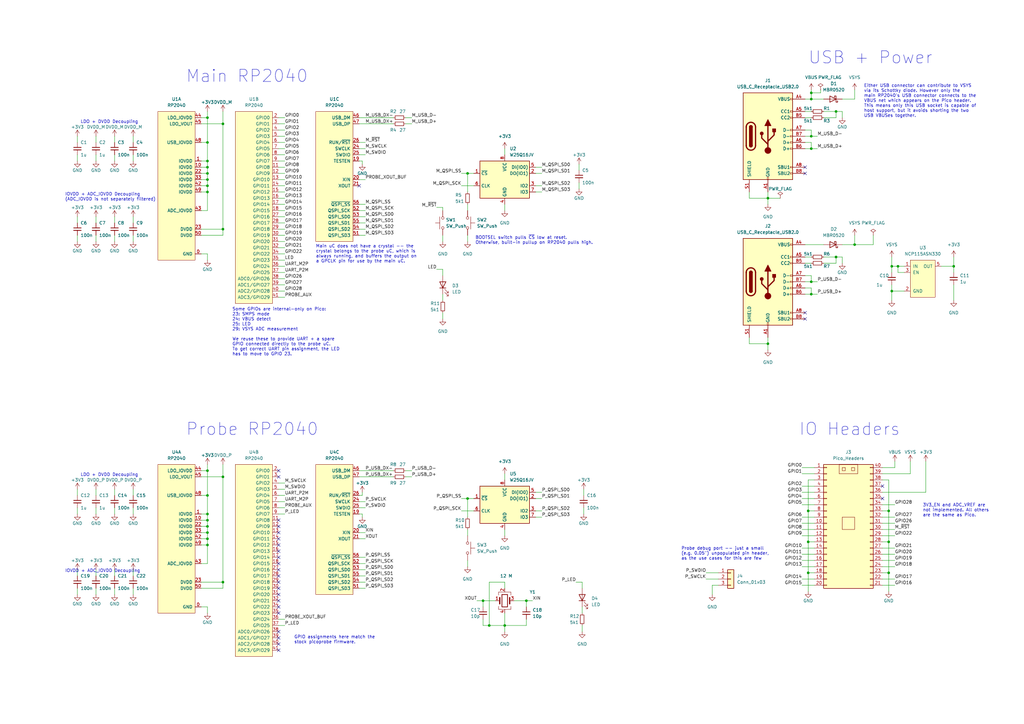
<source format=kicad_sch>
(kicad_sch (version 20211123) (generator eeschema)
  (paper "A3")
  (title_block (title "Bico") (date "2023-04-23") (rev "A0") (company "Luke Wren") (comment 2 "your probe while your probe is probing") (comment 3 "A probe with a probe in it so you can probe"))
  (junction (at 331.47 209.55))
  (junction (at 342.9 105.41))
  (junction (at 332.74 115.57))
  (junction (at 85.09 68.58))
  (junction (at 85.09 213.36))
  (junction (at 364.49 234.95))
  (junction (at 91.44 50.8))
  (junction (at 332.74 120.65))
  (junction (at 331.47 222.25))
  (junction (at 364.49 209.55))
  (junction (at 191.77 71.12))
  (junction (at 191.77 204.47))
  (junction (at 332.74 60.96))
  (junction (at 365.76 109.22))
  (junction (at 85.09 223.52))
  (junction (at 332.74 38.1))
  (junction (at 91.44 93.98))
  (junction (at 332.74 40.64))
  (junction (at 365.76 119.38))
  (junction (at 85.09 203.2))
  (junction (at 391.16 109.22))
  (junction (at 85.09 76.2))
  (junction (at 215.9 246.38))
  (junction (at 198.12 246.38))
  (junction (at 85.09 71.12))
  (junction (at 314.96 140.97))
  (junction (at 314.96 81.28))
  (junction (at 85.09 218.44))
  (junction (at 85.09 215.9))
  (junction (at 85.09 48.26))
  (junction (at 85.09 220.98))
  (junction (at 200.66 256.54))
  (junction (at 85.09 66.04))
  (junction (at 368.3 109.22))
  (junction (at 85.09 73.66))
  (junction (at 85.09 210.82))
  (junction (at 85.09 78.74))
  (junction (at 85.09 193.04))
  (junction (at 91.44 195.58))
  (junction (at 342.9 45.72))
  (junction (at 331.47 234.95))
  (junction (at 85.09 58.42))
  (junction (at 91.44 238.76))
  (junction (at 332.74 55.88))
  (junction (at 364.49 222.25))
  (junction (at 350.52 100.33))
  (junction (at 207.01 256.54))
  (no_connect (at 330.2 128.27))
  (no_connect (at 114.3 238.76))
  (no_connect (at 330.2 130.81))
  (no_connect (at 114.3 251.46))
  (no_connect (at 114.3 195.58))
  (no_connect (at 114.3 264.16))
  (no_connect (at 361.95 199.39))
  (no_connect (at 114.3 259.08))
  (no_connect (at 114.3 218.44))
  (no_connect (at 114.3 243.84))
  (no_connect (at 114.3 266.7))
  (no_connect (at 114.3 246.38))
  (no_connect (at 114.3 226.06))
  (no_connect (at 114.3 223.52))
  (no_connect (at 114.3 248.92))
  (no_connect (at 361.95 204.47))
  (no_connect (at 330.2 71.12))
  (no_connect (at 330.2 68.58))
  (no_connect (at 114.3 228.6))
  (no_connect (at 114.3 236.22))
  (no_connect (at 147.32 76.2))
  (no_connect (at 114.3 261.62))
  (no_connect (at 114.3 231.14))
  (no_connect (at 114.3 213.36))
  (no_connect (at 114.3 215.9))
  (no_connect (at 114.3 193.04))
  (no_connect (at 114.3 241.3))
  (no_connect (at 114.3 220.98))
  (no_connect (at 114.3 233.68))
  (wire (pts (xy 330.2 58.42) (xy 332.74 58.42)))
  (wire (pts (xy 85.09 231.14) (xy 82.55 231.14)))
  (wire (pts (xy 46.99 208.28) (xy 46.99 210.82)))
  (wire (pts (xy 365.76 116.84) (xy 365.76 119.38)))
  (wire (pts (xy 391.16 109.22) (xy 391.16 111.76)))
  (wire (pts (xy 85.09 48.26) (xy 85.09 58.42)))
  (wire (pts (xy 289.56 234.95) (xy 294.64 234.95)))
  (wire (pts (xy 166.37 193.04) (xy 168.91 193.04)))
  (wire (pts (xy 46.99 200.66) (xy 46.99 203.2)))
  (wire (pts (xy 345.44 100.33) (xy 350.52 100.33)))
  (wire (pts (xy 114.3 106.68) (xy 116.84 106.68)))
  (wire (pts (xy 147.32 228.6) (xy 149.86 228.6)))
  (wire (pts (xy 379.73 189.23) (xy 379.73 201.93)))
  (wire (pts (xy 114.3 116.84) (xy 116.84 116.84)))
  (wire (pts (xy 46.99 55.88) (xy 46.99 58.42)))
  (wire (pts (xy 114.3 104.14) (xy 116.84 104.14)))
  (wire (pts (xy 179.07 110.49) (xy 181.61 110.49)))
  (wire (pts (xy 39.37 96.52) (xy 39.37 99.06)))
  (wire (pts (xy 330.2 100.33) (xy 337.82 100.33)))
  (wire (pts (xy 331.47 222.25) (xy 331.47 234.95)))
  (wire (pts (xy 332.74 60.96) (xy 335.28 60.96)))
  (wire (pts (xy 82.55 50.8) (xy 91.44 50.8)))
  (wire (pts (xy 219.71 71.12) (xy 222.25 71.12)))
  (wire (pts (xy 361.95 212.09) (xy 367.03 212.09)))
  (wire (pts (xy 148.59 66.04) (xy 148.59 67.31)))
  (wire (pts (xy 85.09 104.14) (xy 85.09 106.68)))
  (wire (pts (xy 114.3 198.12) (xy 116.84 198.12)))
  (wire (pts (xy 166.37 50.8) (xy 168.91 50.8)))
  (wire (pts (xy 328.93 240.03) (xy 334.01 240.03)))
  (wire (pts (xy 82.55 220.98) (xy 85.09 220.98)))
  (wire (pts (xy 345.44 45.72) (xy 345.44 48.26)))
  (wire (pts (xy 314.96 81.28) (xy 314.96 83.82)))
  (wire (pts (xy 181.61 128.27) (xy 181.61 130.81)))
  (wire (pts (xy 368.3 109.22) (xy 370.84 109.22)))
  (wire (pts (xy 191.77 204.47) (xy 194.31 204.47)))
  (wire (pts (xy 147.32 241.3) (xy 149.86 241.3)))
  (wire (pts (xy 82.55 58.42) (xy 85.09 58.42)))
  (wire (pts (xy 39.37 88.9) (xy 39.37 91.44)))
  (wire (pts (xy 361.95 219.71) (xy 367.03 219.71)))
  (wire (pts (xy 207.01 217.17) (xy 207.01 219.71)))
  (wire (pts (xy 85.09 213.36) (xy 85.09 215.9)))
  (wire (pts (xy 345.44 105.41) (xy 345.44 107.95)))
  (wire (pts (xy 292.1 240.03) (xy 292.1 243.84)))
  (wire (pts (xy 147.32 210.82) (xy 148.59 210.82)))
  (wire (pts (xy 364.49 234.95) (xy 364.49 242.57)))
  (wire (pts (xy 54.61 55.88) (xy 54.61 58.42)))
  (wire (pts (xy 332.74 120.65) (xy 335.28 120.65)))
  (wire (pts (xy 82.55 213.36) (xy 85.09 213.36)))
  (wire (pts (xy 54.61 96.52) (xy 54.61 99.06)))
  (wire (pts (xy 54.61 233.68) (xy 54.61 236.22)))
  (wire (pts (xy 314.96 140.97) (xy 314.96 143.51)))
  (wire (pts (xy 332.74 36.83) (xy 332.74 38.1)))
  (wire (pts (xy 361.95 196.85) (xy 364.49 196.85)))
  (wire (pts (xy 219.71 212.09) (xy 222.25 212.09)))
  (wire (pts (xy 332.74 115.57) (xy 335.28 115.57)))
  (wire (pts (xy 114.3 48.26) (xy 116.84 48.26)))
  (wire (pts (xy 85.09 58.42) (xy 85.09 66.04)))
  (wire (pts (xy 238.76 256.54) (xy 238.76 259.08)))
  (wire (pts (xy 342.9 105.41) (xy 342.9 107.95)))
  (wire (pts (xy 39.37 200.66) (xy 39.37 203.2)))
  (wire (pts (xy 85.09 215.9) (xy 85.09 218.44)))
  (wire (pts (xy 328.93 237.49) (xy 334.01 237.49)))
  (wire (pts (xy 181.61 120.65) (xy 181.61 123.19)))
  (wire (pts (xy 328.93 217.17) (xy 334.01 217.17)))
  (wire (pts (xy 330.2 60.96) (xy 332.74 60.96)))
  (wire (pts (xy 239.395 208.28) (xy 239.395 210.82)))
  (wire (pts (xy 114.3 63.5) (xy 116.84 63.5)))
  (wire (pts (xy 237.49 74.93) (xy 237.49 77.47)))
  (wire (pts (xy 46.99 96.52) (xy 46.99 99.06)))
  (wire (pts (xy 307.34 81.28) (xy 314.96 81.28)))
  (wire (pts (xy 365.76 109.22) (xy 368.3 109.22)))
  (wire (pts (xy 166.37 48.26) (xy 168.91 48.26)))
  (wire (pts (xy 332.74 113.03) (xy 332.74 115.57)))
  (wire (pts (xy 345.44 40.64) (xy 350.52 40.64)))
  (wire (pts (xy 328.93 212.09) (xy 334.01 212.09)))
  (wire (pts (xy 361.95 207.01) (xy 367.03 207.01)))
  (wire (pts (xy 82.55 68.58) (xy 85.09 68.58)))
  (wire (pts (xy 198.12 256.54) (xy 200.66 256.54)))
  (wire (pts (xy 364.49 196.85) (xy 364.49 209.55)))
  (wire (pts (xy 91.44 50.8) (xy 91.44 93.98)))
  (wire (pts (xy 114.3 99.06) (xy 116.84 99.06)))
  (wire (pts (xy 331.47 234.95) (xy 331.47 242.57)))
  (wire (pts (xy 54.61 88.9) (xy 54.61 91.44)))
  (wire (pts (xy 307.34 140.97) (xy 314.96 140.97)))
  (wire (pts (xy 147.32 195.58) (xy 161.29 195.58)))
  (wire (pts (xy 207.01 238.76) (xy 207.01 241.3)))
  (wire (pts (xy 114.3 210.82) (xy 116.84 210.82)))
  (wire (pts (xy 328.93 232.41) (xy 334.01 232.41)))
  (wire (pts (xy 289.56 237.49) (xy 294.64 237.49)))
  (wire (pts (xy 39.37 208.28) (xy 39.37 210.82)))
  (wire (pts (xy 328.93 219.71) (xy 334.01 219.71)))
  (wire (pts (xy 328.93 191.77) (xy 334.01 191.77)))
  (wire (pts (xy 91.44 45.72) (xy 91.44 50.8)))
  (wire (pts (xy 82.55 215.9) (xy 85.09 215.9)))
  (wire (pts (xy 148.59 201.93) (xy 148.59 203.2)))
  (wire (pts (xy 200.66 238.76) (xy 200.66 256.54)))
  (wire (pts (xy 82.55 210.82) (xy 85.09 210.82)))
  (wire (pts (xy 219.71 204.47) (xy 222.25 204.47)))
  (wire (pts (xy 82.55 93.98) (xy 91.44 93.98)))
  (wire (pts (xy 147.32 58.42) (xy 149.86 58.42)))
  (wire (pts (xy 148.59 210.82) (xy 148.59 212.09)))
  (wire (pts (xy 114.3 81.28) (xy 116.84 81.28)))
  (wire (pts (xy 332.74 55.88) (xy 335.28 55.88)))
  (wire (pts (xy 82.55 241.3) (xy 91.44 241.3)))
  (wire (pts (xy 361.95 201.93) (xy 379.73 201.93)))
  (wire (pts (xy 114.3 101.6) (xy 116.84 101.6)))
  (wire (pts (xy 331.47 209.55) (xy 334.01 209.55)))
  (wire (pts (xy 391.16 116.84) (xy 391.16 123.19)))
  (wire (pts (xy 328.93 224.79) (xy 334.01 224.79)))
  (wire (pts (xy 219.71 76.2) (xy 222.25 76.2)))
  (wire (pts (xy 114.3 203.2) (xy 116.84 203.2)))
  (wire (pts (xy 31.75 200.66) (xy 31.75 203.2)))
  (wire (pts (xy 207.01 256.54) (xy 207.01 259.08)))
  (wire (pts (xy 330.2 53.34) (xy 332.74 53.34)))
  (wire (pts (xy 82.55 223.52) (xy 85.09 223.52)))
  (wire (pts (xy 238.76 241.3) (xy 238.76 238.76)))
  (wire (pts (xy 46.99 63.5) (xy 46.99 66.04)))
  (wire (pts (xy 350.52 36.83) (xy 350.52 40.64)))
  (wire (pts (xy 386.08 109.22) (xy 391.16 109.22)))
  (wire (pts (xy 31.75 208.28) (xy 31.75 210.82)))
  (wire (pts (xy 85.09 78.74) (xy 85.09 86.36)))
  (wire (pts (xy 39.37 63.5) (xy 39.37 66.04)))
  (wire (pts (xy 328.93 229.87) (xy 334.01 229.87)))
  (wire (pts (xy 85.09 73.66) (xy 85.09 76.2)))
  (wire (pts (xy 147.32 205.74) (xy 149.86 205.74)))
  (wire (pts (xy 361.95 240.03) (xy 367.03 240.03)))
  (wire (pts (xy 328.93 214.63) (xy 334.01 214.63)))
  (wire (pts (xy 332.74 58.42) (xy 332.74 60.96)))
  (wire (pts (xy 361.95 209.55) (xy 364.49 209.55)))
  (wire (pts (xy 147.32 86.36) (xy 149.86 86.36)))
  (wire (pts (xy 147.32 233.68) (xy 149.86 233.68)))
  (wire (pts (xy 85.09 190.5) (xy 85.09 193.04)))
  (wire (pts (xy 147.32 60.96) (xy 149.86 60.96)))
  (wire (pts (xy 337.82 48.26) (xy 342.9 48.26)))
  (wire (pts (xy 82.55 195.58) (xy 91.44 195.58)))
  (wire (pts (xy 219.71 201.93) (xy 222.25 201.93)))
  (wire (pts (xy 114.3 60.96) (xy 116.84 60.96)))
  (wire (pts (xy 82.55 66.04) (xy 85.09 66.04)))
  (wire (pts (xy 361.95 237.49) (xy 367.03 237.49)))
  (wire (pts (xy 365.76 105.41) (xy 365.76 109.22)))
  (wire (pts (xy 85.09 76.2) (xy 85.09 78.74)))
  (wire (pts (xy 334.01 196.85) (xy 331.47 196.85)))
  (wire (pts (xy 364.49 222.25) (xy 364.49 234.95)))
  (wire (pts (xy 191.77 217.17) (xy 191.77 219.71)))
  (wire (pts (xy 85.09 218.44) (xy 85.09 220.98)))
  (wire (pts (xy 82.55 96.52) (xy 91.44 96.52)))
  (wire (pts (xy 336.55 38.1) (xy 332.74 38.1)))
  (wire (pts (xy 337.82 105.41) (xy 342.9 105.41)))
  (wire (pts (xy 39.37 55.88) (xy 39.37 58.42)))
  (wire (pts (xy 361.95 227.33) (xy 367.03 227.33)))
  (wire (pts (xy 307.34 78.74) (xy 307.34 81.28)))
  (wire (pts (xy 85.09 68.58) (xy 85.09 71.12)))
  (wire (pts (xy 179.07 85.09) (xy 181.61 85.09)))
  (wire (pts (xy 238.76 248.92) (xy 238.76 251.46)))
  (wire (pts (xy 91.44 96.52) (xy 91.44 93.98)))
  (wire (pts (xy 361.95 194.31) (xy 373.38 194.31)))
  (wire (pts (xy 181.61 85.09) (xy 181.61 86.36)))
  (wire (pts (xy 189.23 76.2) (xy 194.31 76.2)))
  (wire (pts (xy 31.75 88.9) (xy 31.75 91.44)))
  (wire (pts (xy 210.82 246.38) (xy 215.9 246.38)))
  (wire (pts (xy 191.77 83.82) (xy 191.77 86.36)))
  (wire (pts (xy 330.2 118.11) (xy 332.74 118.11)))
  (wire (pts (xy 85.09 193.04) (xy 85.09 203.2)))
  (wire (pts (xy 207.01 60.96) (xy 207.01 63.5)))
  (wire (pts (xy 361.95 229.87) (xy 367.03 229.87)))
  (wire (pts (xy 330.2 120.65) (xy 332.74 120.65)))
  (wire (pts (xy 294.64 240.03) (xy 292.1 240.03)))
  (wire (pts (xy 200.66 256.54) (xy 207.01 256.54)))
  (wire (pts (xy 237.49 67.31) (xy 237.49 69.85)))
  (wire (pts (xy 147.32 231.14) (xy 149.86 231.14)))
  (wire (pts (xy 337.82 45.72) (xy 342.9 45.72)))
  (wire (pts (xy 46.99 233.68) (xy 46.99 236.22)))
  (wire (pts (xy 82.55 48.26) (xy 85.09 48.26)))
  (wire (pts (xy 198.12 246.38) (xy 203.2 246.38)))
  (wire (pts (xy 114.3 73.66) (xy 116.84 73.66)))
  (wire (pts (xy 114.3 88.9) (xy 116.84 88.9)))
  (wire (pts (xy 328.93 199.39) (xy 334.01 199.39)))
  (wire (pts (xy 332.74 38.1) (xy 332.74 40.64)))
  (wire (pts (xy 337.82 107.95) (xy 342.9 107.95)))
  (wire (pts (xy 147.32 193.04) (xy 161.29 193.04)))
  (wire (pts (xy 314.96 78.74) (xy 314.96 81.28)))
  (wire (pts (xy 332.74 53.34) (xy 332.74 55.88)))
  (wire (pts (xy 54.61 200.66) (xy 54.61 203.2)))
  (wire (pts (xy 31.75 233.68) (xy 31.75 236.22)))
  (wire (pts (xy 350.52 96.52) (xy 350.52 100.33)))
  (wire (pts (xy 219.71 209.55) (xy 222.25 209.55)))
  (wire (pts (xy 85.09 71.12) (xy 85.09 73.66)))
  (wire (pts (xy 195.58 246.38) (xy 198.12 246.38)))
  (wire (pts (xy 330.2 107.95) (xy 332.74 107.95)))
  (wire (pts (xy 114.3 256.54) (xy 116.84 256.54)))
  (wire (pts (xy 236.22 238.76) (xy 238.76 238.76)))
  (wire (pts (xy 330.2 105.41) (xy 332.74 105.41)))
  (wire (pts (xy 391.16 105.41) (xy 391.16 109.22)))
  (wire (pts (xy 114.3 111.76) (xy 116.84 111.76)))
  (wire (pts (xy 330.2 115.57) (xy 332.74 115.57)))
  (wire (pts (xy 330.2 45.72) (xy 332.74 45.72)))
  (wire (pts (xy 31.75 55.88) (xy 31.75 58.42)))
  (wire (pts (xy 331.47 209.55) (xy 331.47 222.25)))
  (wire (pts (xy 181.61 96.52) (xy 181.61 99.06)))
  (wire (pts (xy 215.9 246.38) (xy 218.44 246.38)))
  (wire (pts (xy 114.3 114.3) (xy 116.84 114.3)))
  (wire (pts (xy 307.34 138.43) (xy 307.34 140.97)))
  (wire (pts (xy 114.3 68.58) (xy 116.84 68.58)))
  (wire (pts (xy 114.3 71.12) (xy 116.84 71.12)))
  (wire (pts (xy 358.14 96.52) (xy 358.14 100.33)))
  (wire (pts (xy 54.61 241.3) (xy 54.61 243.84)))
  (wire (pts (xy 368.3 111.76) (xy 368.3 109.22)))
  (wire (pts (xy 328.93 204.47) (xy 334.01 204.47)))
  (wire (pts (xy 114.3 76.2) (xy 116.84 76.2)))
  (wire (pts (xy 342.9 105.41) (xy 345.44 105.41)))
  (wire (pts (xy 114.3 83.82) (xy 116.84 83.82)))
  (wire (pts (xy 215.9 246.38) (xy 215.9 248.92)))
  (wire (pts (xy 114.3 66.04) (xy 116.84 66.04)))
  (wire (pts (xy 85.09 223.52) (xy 85.09 231.14)))
  (wire (pts (xy 336.55 36.83) (xy 336.55 38.1)))
  (wire (pts (xy 331.47 196.85) (xy 331.47 209.55)))
  (wire (pts (xy 114.3 119.38) (xy 116.84 119.38)))
  (wire (pts (xy 82.55 248.92) (xy 85.09 248.92)))
  (wire (pts (xy 166.37 195.58) (xy 168.91 195.58)))
  (wire (pts (xy 330.2 40.64) (xy 332.74 40.64)))
  (wire (pts (xy 364.49 209.55) (xy 364.49 222.25)))
  (wire (pts (xy 82.55 76.2) (xy 85.09 76.2)))
  (wire (pts (xy 82.55 73.66) (xy 85.09 73.66)))
  (wire (pts (xy 114.3 208.28) (xy 116.84 208.28)))
  (wire (pts (xy 147.32 66.04) (xy 148.59 66.04)))
  (wire (pts (xy 114.3 50.8) (xy 116.84 50.8)))
  (wire (pts (xy 147.32 91.44) (xy 149.86 91.44)))
  (wire (pts (xy 314.96 81.28) (xy 320.04 81.28)))
  (wire (pts (xy 331.47 234.95) (xy 334.01 234.95)))
  (wire (pts (xy 85.09 203.2) (xy 85.09 210.82)))
  (wire (pts (xy 114.3 93.98) (xy 116.84 93.98)))
  (wire (pts (xy 82.55 218.44) (xy 85.09 218.44)))
  (wire (pts (xy 328.93 227.33) (xy 334.01 227.33)))
  (wire (pts (xy 82.55 78.74) (xy 85.09 78.74)))
  (wire (pts (xy 114.3 58.42) (xy 116.84 58.42)))
  (wire (pts (xy 361.95 232.41) (xy 367.03 232.41)))
  (wire (pts (xy 361.95 222.25) (xy 364.49 222.25)))
  (wire (pts (xy 191.77 204.47) (xy 191.77 212.09)))
  (wire (pts (xy 198.12 254) (xy 198.12 256.54)))
  (wire (pts (xy 330.2 55.88) (xy 332.74 55.88)))
  (wire (pts (xy 331.47 222.25) (xy 334.01 222.25)))
  (wire (pts (xy 91.44 190.5) (xy 91.44 195.58)))
  (wire (pts (xy 39.37 241.3) (xy 39.37 243.84)))
  (wire (pts (xy 147.32 73.66) (xy 149.86 73.66)))
  (wire (pts (xy 342.9 45.72) (xy 345.44 45.72)))
  (wire (pts (xy 85.09 66.04) (xy 85.09 68.58)))
  (wire (pts (xy 82.55 238.76) (xy 91.44 238.76)))
  (wire (pts (xy 365.76 119.38) (xy 365.76 123.19)))
  (wire (pts (xy 114.3 254) (xy 116.84 254)))
  (wire (pts (xy 147.32 218.44) (xy 149.86 218.44)))
  (wire (pts (xy 46.99 88.9) (xy 46.99 91.44)))
  (wire (pts (xy 361.95 224.79) (xy 367.03 224.79)))
  (wire (pts (xy 361.95 191.77) (xy 367.03 191.77)))
  (wire (pts (xy 314.96 138.43) (xy 314.96 140.97)))
  (wire (pts (xy 82.55 71.12) (xy 85.09 71.12)))
  (wire (pts (xy 91.44 195.58) (xy 91.44 238.76)))
  (wire (pts (xy 147.32 96.52) (xy 149.86 96.52)))
  (wire (pts (xy 147.32 220.98) (xy 149.86 220.98)))
  (wire (pts (xy 189.23 209.55) (xy 194.31 209.55)))
  (wire (pts (xy 147.32 88.9) (xy 149.86 88.9)))
  (wire (pts (xy 39.37 233.68) (xy 39.37 236.22)))
  (wire (pts (xy 207.01 251.46) (xy 207.01 256.54)))
  (wire (pts (xy 332.74 118.11) (xy 332.74 120.65)))
  (wire (pts (xy 367.03 189.23) (xy 367.03 191.77)))
  (wire (pts (xy 114.3 109.22) (xy 116.84 109.22)))
  (wire (pts (xy 219.71 68.58) (xy 222.25 68.58)))
  (wire (pts (xy 239.395 200.66) (xy 239.395 203.2)))
  (wire (pts (xy 365.76 109.22) (xy 365.76 111.76)))
  (wire (pts (xy 147.32 63.5) (xy 149.86 63.5)))
  (wire (pts (xy 82.55 104.14) (xy 85.09 104.14)))
  (wire (pts (xy 82.55 203.2) (xy 85.09 203.2)))
  (wire (pts (xy 114.3 200.66) (xy 116.84 200.66)))
  (wire (pts (xy 85.09 210.82) (xy 85.09 213.36)))
  (wire (pts (xy 373.38 194.31) (xy 373.38 189.23)))
  (wire (pts (xy 215.9 256.54) (xy 215.9 254)))
  (wire (pts (xy 147.32 236.22) (xy 149.86 236.22)))
  (wire (pts (xy 147.32 83.82) (xy 149.86 83.82)))
  (wire (pts (xy 31.75 96.52) (xy 31.75 99.06)))
  (wire (pts (xy 85.09 86.36) (xy 82.55 86.36)))
  (wire (pts (xy 147.32 50.8) (xy 161.29 50.8)))
  (wire (pts (xy 54.61 208.28) (xy 54.61 210.82)))
  (wire (pts (xy 31.75 63.5) (xy 31.75 66.04)))
  (wire (pts (xy 191.77 71.12) (xy 191.77 78.74)))
  (wire (pts (xy 82.55 193.04) (xy 85.09 193.04)))
  (wire (pts (xy 114.3 205.74) (xy 116.84 205.74)))
  (wire (pts (xy 114.3 96.52) (xy 116.84 96.52)))
  (wire (pts (xy 328.93 201.93) (xy 334.01 201.93)))
  (wire (pts (xy 147.32 208.28) (xy 149.86 208.28)))
  (wire (pts (xy 330.2 113.03) (xy 332.74 113.03)))
  (wire (pts (xy 85.09 248.92) (xy 85.09 251.46)))
  (wire (pts (xy 365.76 119.38) (xy 370.84 119.38)))
  (wire (pts (xy 191.77 71.12) (xy 194.31 71.12)))
  (wire (pts (xy 342.9 45.72) (xy 342.9 48.26)))
  (wire (pts (xy 189.23 71.12) (xy 191.77 71.12)))
  (wire (pts (xy 219.71 78.74) (xy 222.25 78.74)))
  (wire (pts (xy 207.01 194.31) (xy 207.01 196.85)))
  (wire (pts (xy 370.84 111.76) (xy 368.3 111.76)))
  (wire (pts (xy 361.95 214.63) (xy 367.03 214.63)))
  (wire (pts (xy 207.01 256.54) (xy 215.9 256.54)))
  (wire (pts (xy 114.3 55.88) (xy 116.84 55.88)))
  (wire (pts (xy 114.3 53.34) (xy 116.84 53.34)))
  (wire (pts (xy 361.95 217.17) (xy 367.03 217.17)))
  (wire (pts (xy 114.3 91.44) (xy 116.84 91.44)))
  (wire (pts (xy 207.01 238.76) (xy 200.66 238.76)))
  (wire (pts (xy 328.93 194.31) (xy 334.01 194.31)))
  (wire (pts (xy 147.32 238.76) (xy 149.86 238.76)))
  (wire (pts (xy 114.3 121.92) (xy 116.84 121.92)))
  (wire (pts (xy 147.32 203.2) (xy 148.59 203.2)))
  (wire (pts (xy 358.14 100.33) (xy 350.52 100.33)))
  (wire (pts (xy 91.44 238.76) (xy 91.44 241.3)))
  (wire (pts (xy 191.77 229.87) (xy 191.77 232.41)))
  (wire (pts (xy 147.32 93.98) (xy 149.86 93.98)))
  (wire (pts (xy 330.2 48.26) (xy 332.74 48.26)))
  (wire (pts (xy 54.61 63.5) (xy 54.61 66.04)))
  (wire (pts (xy 147.32 48.26) (xy 161.29 48.26)))
  (wire (pts (xy 114.3 78.74) (xy 116.84 78.74)))
  (wire (pts (xy 46.99 241.3) (xy 46.99 243.84)))
  (wire (pts (xy 85.09 220.98) (xy 85.09 223.52)))
  (wire (pts (xy 85.09 45.72) (xy 85.09 48.26)))
  (wire (pts (xy 361.95 234.95) (xy 364.49 234.95)))
  (wire (pts (xy 332.74 40.64) (xy 337.82 40.64)))
  (wire (pts (xy 328.93 207.01) (xy 334.01 207.01)))
  (wire (pts (xy 207.01 83.82) (xy 207.01 86.36)))
  (wire (pts (xy 198.12 246.38) (xy 198.12 248.92)))
  (wire (pts (xy 114.3 86.36) (xy 116.84 86.36)))
  (wire (pts (xy 181.61 113.03) (xy 181.61 110.49)))
  (wire (pts (xy 31.75 241.3) (xy 31.75 243.84)))
  (wire (pts (xy 189.23 204.47) (xy 191.77 204.47)))
  (wire (pts (xy 191.77 96.52) (xy 191.77 99.06)))
  (text "Main uC does not have a crystal -- the\ncrystal belongs to the probe uC, which is\nalways running, and buffers the output on\na GPCLK pin for use by the main uC." (at 129.54 107.95 0) (effects (font (size 1.27 1.27)) (justify left bottom)))
  (text "IOVDD + ADC_IOVDD Decoupling\n(ADC_IOVDD is not separately filtered)" (at 26.67 82.55 0) (effects (font (size 1.27 1.27)) (justify left bottom)))
  (text "LDO + DVDD Decoupling" (at 33.02 50.8 0) (effects (font (size 1.27 1.27)) (justify left bottom)))
  (text "3V3_EN and ADC_VREF are\nnot implemented. All others\nare the same as Pico." (at 378.46 212.09 0) (effects (font (size 1.27 1.27)) (justify left bottom)))
  (text "USB + Power" (at 331.47 26.67 0) (effects (font (size 5 5)) (justify left bottom)))
  (text "Probe RP2040" (at 76.2 179.07 0) (effects (font (size 5 5)) (justify left bottom)))
  (text "Probe debug port -- just a small\n(e.g. 0.05\") unpopulated pin header,\nas the use cases for this are few" (at 279.4 229.87 0) (effects (font (size 1.27 1.27)) (justify left bottom)))
  (text "Some GPIOs are internal-only on Pico:\n23: SMPS mode\n24: VBUS detect\n25: LED\n29: VSYS ADC measurement\n\nWe reuse these to provide UART + a spare\nGPIO connected directly to the probe uC.\nTo get correct UART pin assignment, the LED\nhas to move to GPIO 23." (at 95.25 146.05 0) (effects (font (size 1.27 1.27)) (justify left bottom)))
  (text "GPIO assignments here match the\nstock picoprobe firmware." (at 120.65 264.16 0) (effects (font (size 1.27 1.27)) (justify left bottom)))
  (text "IO Headers" (at 327.66 179.07 0) (effects (font (size 5 5)) (justify left bottom)))
  (text "Either USB connector can contribute to VSYS\nvia its Schottky diode. However only the\nmain RP2040's USB connector connects to the\nVBUS net which appears on the Pico header.\nThis means only this USB socket is capable of\nhost support, but it avoids shorting the two\nUSB VBUSes together." (at 354.33 48.26 0) (effects (font (size 1.27 1.27)) (justify left bottom)))
  (text "LDO + DVDD Decoupling" (at 33.02 195.58 0) (effects (font (size 1.27 1.27)) (justify left bottom)))
  (text "IOVDD + ADC_IOVDD Decoupling" (at 26.67 234.95 0) (effects (font (size 1.27 1.27)) (justify left bottom)))
  (text "BOOTSEL switch pulls ~{CS} low at reset.\nOtherwise, built-in pullup on RP2040 pulls high." (at 194.945 100.33 0) (effects (font (size 1.27 1.27)) (justify left bottom)))
  (text "Main RP2040\n" (at 76.2 34.29 0) (effects (font (size 5 5)) (justify left bottom)))
  (label "LED" (at 116.84 106.68 0))
  (label "P_QSPI_SD2" (at 222.25 209.55 0))
  (label "PROBE_AUX" (at 116.84 121.92 0))
  (label "P_QSPI_SD1" (at 149.86 236.22 0))
  (label "P_QSPI_SD3" (at 222.25 212.09 0))
  (label "GPIO18" (at 367.03 232.41 0))
  (label "GPIO18" (at 116.84 93.98 0))
  (label "GPIO15" (at 116.84 86.36 0))
  (label "M_QSPI_SD3" (at 222.25 78.74 0))
  (label "GPIO17" (at 116.84 91.44 0))
  (label "GPIO5" (at 328.93 207.01 180))
  (label "GPIO22" (at 116.84 104.14 0))
  (label "P_USB_D-" (at 335.28 115.57 0))
  (label "UART_P2M" (at 116.84 203.2 0))
  (label "M_QSPI_SD2" (at 149.86 93.98 0))
  (label "GPIO27" (at 116.84 116.84 0))
  (label "GPIO3" (at 116.84 55.88 0))
  (label "P_USB_D-" (at 168.91 193.04 0))
  (label "P_QSPI_SS" (at 189.23 204.47 180))
  (label "GPIO11" (at 116.84 76.2 0))
  (label "P_SWDIO" (at 149.86 208.28 0))
  (label "PROBE_XOUT_BUF" (at 149.86 73.66 0))
  (label "PROBE_XOUT_BUF" (at 116.84 254 0))
  (label "M_SWDIO" (at 149.86 63.5 0))
  (label "M_QSPI_SCK" (at 149.86 86.36 0))
  (label "M_USB_D+" (at 168.91 50.8 0))
  (label "P_USB_DX+" (at 149.86 195.58 0))
  (label "P_SWCLK" (at 149.86 205.74 0))
  (label "M_QSPI_SCK" (at 189.23 76.2 180))
  (label "P_LED" (at 116.84 210.82 0))
  (label "GPIO4" (at 328.93 204.47 180))
  (label "GPIO19" (at 116.84 96.52 0))
  (label "GPIO27" (at 367.03 212.09 0))
  (label "P_QSPI_SD1" (at 222.25 204.47 0))
  (label "M_~{RST}" (at 367.03 217.17 0))
  (label "P_SWCLK" (at 289.56 237.49 180))
  (label "M_QSPI_SS" (at 149.86 83.82 0))
  (label "GPIO28" (at 367.03 207.01 0))
  (label "M_QSPI_SD3" (at 149.86 96.52 0))
  (label "GPIO14" (at 328.93 237.49 180))
  (label "GPIO26" (at 367.03 214.63 0))
  (label "LED" (at 179.07 110.49 180))
  (label "GPIO14" (at 116.84 83.82 0))
  (label "GPIO10" (at 328.93 224.79 180))
  (label "GPIO4" (at 116.84 58.42 0))
  (label "GPIO22" (at 367.03 219.71 0))
  (label "GPIO26" (at 116.84 114.3 0))
  (label "GPIO12" (at 328.93 229.87 180))
  (label "GPIO10" (at 116.84 73.66 0))
  (label "XIN" (at 149.86 218.44 0))
  (label "GPIO7" (at 328.93 214.63 180))
  (label "GPIO2" (at 328.93 199.39 180))
  (label "P_USB_D+" (at 335.28 120.65 0))
  (label "GPIO1" (at 328.93 194.31 180))
  (label "M_~{RST}" (at 179.07 85.09 180))
  (label "GPIO28" (at 116.84 119.38 0))
  (label "GPIO16" (at 116.84 88.9 0))
  (label "GPIO13" (at 328.93 232.41 180))
  (label "P_LED" (at 116.84 256.54 0))
  (label "M_SWDIO" (at 116.84 200.66 0))
  (label "M_QSPI_SD0" (at 149.86 88.9 0))
  (label "M_QSPI_SS" (at 189.23 71.12 180))
  (label "GPIO8" (at 116.84 68.58 0))
  (label "GPIO20" (at 116.84 99.06 0))
  (label "GPIO0" (at 116.84 48.26 0))
  (label "PROBE_AUX" (at 116.84 208.28 0))
  (label "M_SWCLK" (at 149.86 60.96 0))
  (label "M_USB_D-" (at 168.91 48.26 0))
  (label "P_QSPI_SD2" (at 149.86 238.76 0))
  (label "P_QSPI_SD0" (at 149.86 233.68 0))
  (label "P_QSPI_SCK" (at 149.86 231.14 0))
  (label "P_QSPI_SD3" (at 149.86 241.3 0))
  (label "M_QSPI_SD1" (at 222.25 71.12 0))
  (label "GPIO5" (at 116.84 60.96 0))
  (label "GPIO13" (at 116.84 81.28 0))
  (label "GPIO21" (at 367.03 224.79 0))
  (label "P_SWDIO" (at 289.56 234.95 180))
  (label "M_~{RST}" (at 149.86 58.42 0))
  (label "GPIO0" (at 328.93 191.77 180))
  (label "XOUT" (at 195.58 246.38 180))
  (label "M_QSPI_SD2" (at 222.25 76.2 0))
  (label "GPIO17" (at 367.03 237.49 0))
  (label "GPIO16" (at 367.03 240.03 0))
  (label "GPIO1" (at 116.84 50.8 0))
  (label "GPIO3" (at 328.93 201.93 180))
  (label "UART_M2P" (at 116.84 205.74 0))
  (label "M_USB_DX-" (at 149.86 48.26 0))
  (label "M_USB_D-" (at 335.28 55.88 0))
  (label "GPIO9" (at 328.93 219.71 180))
  (label "GPIO9" (at 116.84 71.12 0))
  (label "M_SWCLK" (at 116.84 198.12 0))
  (label "XIN" (at 218.44 246.38 0))
  (label "GPIO7" (at 116.84 66.04 0))
  (label "M_USB_D+" (at 335.28 60.96 0))
  (label "GPIO11" (at 328.93 227.33 180))
  (label "M_USB_DX+" (at 149.86 50.8 0))
  (label "M_QSPI_SD1" (at 149.86 91.44 0))
  (label "GPIO19" (at 367.03 229.87 0))
  (label "P_QSPI_SS" (at 149.86 228.6 0))
  (label "M_QSPI_SD0" (at 222.25 68.58 0))
  (label "GPIO15" (at 328.93 240.03 180))
  (label "P_USB_DX-" (at 149.86 193.04 0))
  (label "UART_P2M" (at 116.84 111.76 0))
  (label "GPIO20" (at 367.03 227.33 0))
  (label "P_USB_D+" (at 168.91 195.58 0))
  (label "GPIO21" (at 116.84 101.6 0))
  (label "XOUT" (at 149.86 220.98 0))
  (label "GPIO6" (at 116.84 63.5 0))
  (label "UART_M2P" (at 116.84 109.22 0))
  (label "P_QSPI_SCK" (at 189.23 209.55 180))
  (label "GPIO8" (at 328.93 217.17 180))
  (label "P_QSPI_SD0" (at 222.25 201.93 0))
  (label "GPIO6" (at 328.93 212.09 180))
  (label "GPIO2" (at 116.84 53.34 0))
  (label "GPIO12" (at 116.84 78.74 0))
  (label "P_LED" (at 236.22 238.76 180))
  (symbol (lib_id "power:PWR_FLAG") (at 320.04 81.28 0) (unit 1)
    (property "Reference" "#FLG0103" (effects hide))
    (property "Value" "PWR_FLAG" (at 320.04 77.47 0))
  )
  (symbol (lib_id "power:GND") (at 148.59 67.31 0) (unit 1)
    (property "Reference" "#PWR0164" (effects hide))
    (property "Value" "GND" (at 148.59 71.12 0))
  )
  (symbol (lib_id "Device:R_Small") (at 163.83 48.26 90) (unit 1)
    (property "Reference" "R2" (at 161.29 45.72 90))
    (property "Value" "27" (at 165.1 45.72 90))
    (property "Footprint" "Resistor_SMD:R_0402_1005Metric" (effects hide))
  )
  (symbol (lib_id "power:+3V3") (at 207.01 60.96 0) (unit 1)
    (property "Reference" "#PWR0163" (effects hide))
    (property "Value" "+3V3" (at 207.01 55.88 0))
  )
  (symbol (lib_id "Device:C_Small") (at 31.75 60.96 0) (unit 1)
    (property "Reference" "C1" (at 33.02 58.42 0) (effects (justify left)))
    (property "Value" "1u" (at 33.02 63.5 0) (effects (justify left)))
    (property "Footprint" "Capacitor_SMD:C_0402_1005Metric" (effects hide))
  )
  (symbol (lib_id "power:GND") (at 345.44 48.26 0) (unit 1)
    (property "Reference" "#PWR0140" (effects hide))
    (property "Value" "GND" (at 345.44 52.07 0))
  )
  (symbol (lib_id "power:GND") (at 314.96 143.51 0) (unit 1)
    (property "Reference" "#PWR0133" (effects hide))
    (property "Value" "GND" (at 314.96 148.59 0))
  )
  (symbol (lib_id "power:GND") (at 85.09 106.68 0) (unit 1)
    (property "Reference" "#PWR0160" (effects hide))
    (property "Value" "GND" (at 85.09 110.49 0))
  )
  (symbol (lib_id "power:+3V3") (at 391.16 105.41 0) (unit 1)
    (property "Reference" "#PWR0138" (effects hide))
    (property "Value" "+3V3" (at 391.16 100.33 0))
  )
  (symbol (lib_id "bico:RP2040") (at 104.14 45.72 0) (unit 2)
    (property "Reference" "U1" (at 104.14 40.64 0))
    (property "Value" "RP2040" (at 104.14 43.18 0))
    (property "Footprint" "bico:QFN-56_EP_7x7_Pitch0.4mm" (effects hide))
  )
  (symbol (lib_id "power:GND") (at 54.61 243.84 0) (unit 1)
    (property "Reference" "#PWR0109" (effects hide))
    (property "Value" "GND" (at 54.61 247.65 0))
  )
  (symbol (lib_id "Device:LED") (at 238.76 245.11 90) (unit 1)
    (property "Reference" "D4" (at 242.57 245.4274 90) (effects (justify right)))
    (property "Value" "LED" (at 242.57 247.9674 90) (effects (justify right)))
    (property "Footprint" "LED_SMD:LED_0603_1608Metric" (effects hide))
  )
  (symbol (lib_id "Device:R_Small") (at 163.83 50.8 90) (unit 1)
    (property "Reference" "R4" (at 161.29 53.34 90))
    (property "Value" "27" (at 165.1 53.34 90))
    (property "Footprint" "Resistor_SMD:R_0402_1005Metric" (effects hide))
  )
  (symbol (lib_id "power:GND") (at 39.37 210.82 0) (unit 1)
    (property "Reference" "#PWR0113" (effects hide))
    (property "Value" "GND" (at 39.37 214.63 0))
  )
  (symbol (lib_id "Device:R_Small") (at 238.76 254 0) (unit 1)
    (property "Reference" "R12" (at 233.68 252.73 0) (effects (justify left)))
    (property "Value" "5k1" (at 233.68 255.27 0) (effects (justify left)))
    (property "Footprint" "Resistor_SMD:R_0402_1005Metric" (effects hide))
  )
  (symbol (lib_id "Device:C_Small") (at 391.16 114.3 180) (unit 1)
    (property "Reference" "C11" (at 393.7 113.0235 0) (effects (justify right)))
    (property "Value" "1u" (at 393.7 115.5635 0) (effects (justify right)))
    (property "Footprint" "Capacitor_SMD:C_0402_1005Metric" (effects hide))
  )
  (symbol (lib_id "power:GND") (at 54.61 66.04 0) (unit 1)
    (property "Reference" "#PWR0146" (effects hide))
    (property "Value" "GND" (at 54.61 69.85 0))
  )
  (symbol (lib_id "power:GND") (at 54.61 210.82 0) (unit 1)
    (property "Reference" "#PWR0106" (effects hide))
    (property "Value" "GND" (at 54.61 214.63 0))
  )
  (symbol (lib_id "power:GND") (at 364.49 242.57 0) (unit 1)
    (property "Reference" "#PWR0143" (effects hide))
    (property "Value" "GND" (at 364.49 246.38 0))
  )
  (symbol (lib_id "bico:VSYS") (at 373.38 189.23 0) (unit 1)
    (property "Reference" "#PWR0131" (effects hide))
    (property "Value" "VSYS" (at 373.38 185.42 0))
  )
  (symbol (lib_id "Device:R_Small") (at 335.28 45.72 90) (unit 1)
    (property "Reference" "R1" (at 339.09 44.45 90))
    (property "Value" "5k1" (at 331.47 44.45 90))
    (property "Footprint" "Resistor_SMD:R_0402_1005Metric" (effects hide))
  )
  (symbol (lib_id "bico:DVDD_M") (at 91.44 45.72 0) (unit 1)
    (property "Reference" "#PWR0162" (effects hide))
    (property "Value" "DVDD_M" (at 91.44 41.91 0))
  )
  (symbol (lib_id "power:GND") (at 237.49 77.47 0) (unit 1)
    (property "Reference" "#PWR0168" (effects hide))
    (property "Value" "GND" (at 237.49 81.28 0))
  )
  (symbol (lib_id "power:+3V3") (at 39.37 88.9 0) (unit 1)
    (property "Reference" "#PWR0152" (effects hide))
    (property "Value" "+3V3" (at 39.37 85.09 0))
  )
  (symbol (lib_id "power:GND") (at 46.99 210.82 0) (unit 1)
    (property "Reference" "#PWR0107" (effects hide))
    (property "Value" "GND" (at 46.99 214.63 0))
  )
  (symbol (lib_id "bico:VSYS") (at 350.52 96.52 0) (unit 1)
    (property "Reference" "#PWR0129" (effects hide))
    (property "Value" "VSYS" (at 350.52 91.44 0))
  )
  (symbol (lib_id "power:+3V3") (at 31.75 200.66 0) (unit 1)
    (property "Reference" "#PWR0114" (effects hide))
    (property "Value" "+3V3" (at 31.75 196.85 0))
  )
  (symbol (lib_id "Device:C_Small") (at 31.75 93.98 0) (unit 1)
    (property "Reference" "C6" (at 33.02 91.44 0) (effects (justify left)))
    (property "Value" "100n" (at 33.02 96.52 0) (effects (justify left)))
    (property "Footprint" "Capacitor_SMD:C_0402_1005Metric" (effects hide))
  )
  (symbol (lib_id "Device:Crystal_GND24") (at 207.01 246.38 0) (unit 1)
    (property "Reference" "Y1" (at 218.44 242.7986 0))
    (property "Value" "12 M" (at 207.645 236.22 0))
    (property "Footprint" "Crystal:Crystal_SMD_3225-4Pin_3.2x2.5mm" (effects hide))
  )
  (symbol (lib_id "power:GND") (at 31.75 99.06 0) (unit 1)
    (property "Reference" "#PWR0148" (effects hide))
    (property "Value" "GND" (at 31.75 102.87 0))
  )
  (symbol (lib_id "bico:RP2040") (at 137.16 190.5 0) (unit 3)
    (property "Reference" "U4" (at 137.16 185.42 0))
    (property "Value" "RP2040" (at 137.16 187.96 0))
    (property "Footprint" "bico:QFN-56_EP_7x7_Pitch0.4mm" (effects hide))
  )
  (symbol (lib_id "Switch:SW_Push") (at 181.61 91.44 90) (mirror x) (unit 1)
    (property "Reference" "SW1" (at 182.88 90.1699 90) (effects (justify right)))
    (property "Value" "SW_Push" (at 182.88 92.7099 90) (effects (justify right)))
    (property "Footprint" "bico:SW_SPST_PTS815" (effects hide))
  )
  (symbol (lib_id "power:+3V3") (at 46.99 88.9 0) (unit 1)
    (property "Reference" "#PWR0153" (effects hide))
    (property "Value" "+3V3" (at 46.99 85.09 0))
  )
  (symbol (lib_id "Device:C_Small") (at 39.37 60.96 0) (unit 1)
    (property "Reference" "C2" (at 40.64 58.42 0) (effects (justify left)))
    (property "Value" "1u" (at 40.64 63.5 0) (effects (justify left)))
    (property "Footprint" "Capacitor_SMD:C_0402_1005Metric" (effects hide))
  )
  (symbol (lib_id "Device:C_Small") (at 31.75 238.76 0) (unit 1)
    (property "Reference" "C19" (at 33.02 236.22 0) (effects (justify left)))
    (property "Value" "100n" (at 33.02 241.3 0) (effects (justify left)))
    (property "Footprint" "Capacitor_SMD:C_0402_1005Metric" (effects hide))
  )
  (symbol (lib_id "bico:DVDD_M") (at 54.61 55.88 0) (unit 1)
    (property "Reference" "#PWR0154" (effects hide))
    (property "Value" "DVDD_M" (at 54.61 52.07 0))
  )
  (symbol (lib_id "Device:R_Small") (at 191.77 81.28 0) (unit 1)
    (property "Reference" "R5" (at 186.69 80.01 0) (effects (justify left)))
    (property "Value" "5k1" (at 186.69 82.55 0) (effects (justify left)))
    (property "Footprint" "Resistor_SMD:R_0402_1005Metric" (effects hide))
  )
  (symbol (lib_id "Connector:USB_C_Receptacle_USB2.0") (at 314.96 115.57 0) (unit 1)
    (property "Reference" "J2" (at 314.96 92.71 0))
    (property "Value" "USB_C_Receptacle_USB2.0" (at 314.96 95.25 0))
    (property "Footprint" "Connector_USB:USB_C_Receptacle_GCT_USB4105-xx-A_16P_TopMnt_Horizontal" (effects hide))
    (property "Datasheet" "https://www.usb.org/sites/default/files/documents/usb_type-c.zip" (effects hide))
  )
  (symbol (lib_id "Device:C_Small") (at 237.49 72.39 0) (unit 1)
    (property "Reference" "C5" (at 238.76 69.85 0) (effects (justify left)))
    (property "Value" "100n" (at 238.76 74.93 0) (effects (justify left)))
    (property "Footprint" "Capacitor_SMD:C_0402_1005Metric" (effects hide))
  )
  (symbol (lib_id "bico:NCP115ASN330") (at 378.46 113.03 0) (unit 1)
    (property "Reference" "U3" (at 378.46 101.6 0))
    (property "Value" "NCP115ASN330" (at 378.46 104.14 0))
    (property "Footprint" "Package_TO_SOT_SMD:SOT-23-5_HandSoldering" (effects hide))
  )
  (symbol (lib_id "power:GND") (at 39.37 243.84 0) (unit 1)
    (property "Reference" "#PWR0120" (effects hide))
    (property "Value" "GND" (at 39.37 247.65 0))
  )
  (symbol (lib_id "power:+3V3") (at 207.01 194.31 0) (unit 1)
    (property "Reference" "#PWR0125" (effects hide))
    (property "Value" "+3V3" (at 207.01 189.23 0))
  )
  (symbol (lib_id "power:GND") (at 239.395 210.82 0) (unit 1)
    (property "Reference" "#PWR0127" (effects hide))
    (property "Value" "GND" (at 239.395 214.63 0))
  )
  (symbol (lib_id "power:GND") (at 31.75 243.84 0) (unit 1)
    (property "Reference" "#PWR0121" (effects hide))
    (property "Value" "GND" (at 31.75 247.65 0))
  )
  (symbol (lib_id "bico:DVDD_P") (at 39.37 200.66 0) (unit 1)
    (property "Reference" "#PWR0111" (effects hide))
    (property "Value" "DVDD_P" (at 39.37 196.85 0))
  )
  (symbol (lib_id "power:+3V3") (at 237.49 67.31 0) (unit 1)
    (property "Reference" "#PWR0169" (effects hide))
    (property "Value" "+3V3" (at 237.49 63.5 0))
  )
  (symbol (lib_id "power:GND") (at 39.37 99.06 0) (unit 1)
    (property "Reference" "#PWR0149" (effects hide))
    (property "Value" "GND" (at 39.37 102.87 0))
  )
  (symbol (lib_id "power:GND") (at 31.75 66.04 0) (unit 1)
    (property "Reference" "#PWR0157" (effects hide))
    (property "Value" "GND" (at 31.75 69.85 0))
  )
  (symbol (lib_id "power:GND") (at 46.99 99.06 0) (unit 1)
    (property "Reference" "#PWR0155" (effects hide))
    (property "Value" "GND" (at 46.99 102.87 0))
  )
  (symbol (lib_id "power:GND") (at 238.76 259.08 0) (unit 1)
    (property "Reference" "#PWR0171" (effects hide))
    (property "Value" "GND" (at 238.76 264.16 0))
  )
  (symbol (lib_id "power:GND") (at 314.96 83.82 0) (unit 1)
    (property "Reference" "#PWR0128" (effects hide))
    (property "Value" "GND" (at 314.96 88.9 0))
  )
  (symbol (lib_id "power:GND") (at 365.76 123.19 0) (unit 1)
    (property "Reference" "#PWR0135" (effects hide))
    (property "Value" "GND" (at 365.76 128.27 0))
  )
  (symbol (lib_id "Device:C_Small") (at 54.61 205.74 0) (unit 1)
    (property "Reference" "C15" (at 55.88 203.2 0) (effects (justify left)))
    (property "Value" "100n" (at 55.88 208.28 0) (effects (justify left)))
    (property "Footprint" "Capacitor_SMD:C_0402_1005Metric" (effects hide))
  )
  (symbol (lib_id "power:GND") (at 345.44 107.95 0) (unit 1)
    (property "Reference" "#PWR0134" (effects hide))
    (property "Value" "GND" (at 345.44 111.76 0))
  )
  (symbol (lib_id "Device:C_Small") (at 46.99 60.96 0) (unit 1)
    (property "Reference" "C3" (at 48.26 58.42 0) (effects (justify left)))
    (property "Value" "100n" (at 48.26 63.5 0) (effects (justify left)))
    (property "Footprint" "Capacitor_SMD:C_0402_1005Metric" (effects hide))
  )
  (symbol (lib_id "Memory_Flash:W25Q32JVSS") (at 207.01 73.66 0) (unit 1)
    (property "Reference" "U2" (at 209.0294 60.96 0) (effects (justify left)))
    (property "Value" "W25Q16JV" (at 209.0294 63.5 0) (effects (justify left)))
    (property "Footprint" "bico:DFN-8-3x2mm-Winbond" (effects hide))
    (property "Datasheet" "http://www.winbond.com/resource-files/w25q32jv%20revg%2003272018%20plus.pdf" (effects hide))
  )
  (symbol (lib_id "Device:C_Small") (at 46.99 238.76 0) (unit 1)
    (property "Reference" "C21" (at 48.26 236.22 0) (effects (justify left)))
    (property "Value" "100n" (at 48.26 241.3 0) (effects (justify left)))
    (property "Footprint" "Capacitor_SMD:C_0402_1005Metric" (effects hide))
  )
  (symbol (lib_id "Device:R_Small") (at 335.28 107.95 90) (unit 1)
    (property "Reference" "R7" (at 339.09 109.22 90))
    (property "Value" "5k1" (at 331.47 109.22 90))
    (property "Footprint" "Resistor_SMD:R_0402_1005Metric" (effects hide))
  )
  (symbol (lib_id "bico:RP2040") (at 104.14 190.5 0) (unit 2)
    (property "Reference" "U4" (at 104.14 185.42 0))
    (property "Value" "RP2040" (at 104.14 187.96 0))
    (property "Footprint" "bico:QFN-56_EP_7x7_Pitch0.4mm" (effects hide))
  )
  (symbol (lib_id "Device:R_Small") (at 181.61 125.73 0) (unit 1)
    (property "Reference" "R11" (at 176.53 124.46 0) (effects (justify left)))
    (property "Value" "5k1" (at 176.53 127 0) (effects (justify left)))
    (property "Footprint" "Resistor_SMD:R_0402_1005Metric" (effects hide))
  )
  (symbol (lib_id "bico:DVDD_P") (at 46.99 200.66 0) (unit 1)
    (property "Reference" "#PWR0115" (effects hide))
    (property "Value" "DVDD_P" (at 46.99 196.85 0))
  )
  (symbol (lib_id "power:+3V3") (at 54.61 233.68 0) (unit 1)
    (property "Reference" "#PWR0117" (effects hide))
    (property "Value" "+3V3" (at 54.61 229.87 0))
  )
  (symbol (lib_id "power:+3V3") (at 46.99 233.68 0) (unit 1)
    (property "Reference" "#PWR0108" (effects hide))
    (property "Value" "+3V3" (at 46.99 229.87 0))
  )
  (symbol (lib_id "Device:C_Small") (at 39.37 93.98 0) (unit 1)
    (property "Reference" "C7" (at 40.64 91.44 0) (effects (justify left)))
    (property "Value" "100n" (at 40.64 96.52 0) (effects (justify left)))
    (property "Footprint" "Capacitor_SMD:C_0402_1005Metric" (effects hide))
  )
  (symbol (lib_id "power:PWR_FLAG") (at 358.14 96.52 0) (unit 1)
    (property "Reference" "#FLG0101" (effects hide))
    (property "Value" "PWR_FLAG" (at 358.14 91.44 0))
  )
  (symbol (lib_id "power:GND") (at 39.37 66.04 0) (unit 1)
    (property "Reference" "#PWR0158" (effects hide))
    (property "Value" "GND" (at 39.37 69.85 0))
  )
  (symbol (lib_id "Device:R_Small") (at 163.83 195.58 90) (unit 1)
    (property "Reference" "R9" (at 161.29 198.12 90))
    (property "Value" "27" (at 165.1 198.12 90))
    (property "Footprint" "Resistor_SMD:R_0402_1005Metric" (effects hide))
  )
  (symbol (lib_id "Device:C_Small") (at 46.99 205.74 0) (unit 1)
    (property "Reference" "C14" (at 48.26 203.2 0) (effects (justify left)))
    (property "Value" "100n" (at 48.26 208.28 0) (effects (justify left)))
    (property "Footprint" "Capacitor_SMD:C_0402_1005Metric" (effects hide))
  )
  (symbol (lib_id "Device:D_Schottky") (at 341.63 40.64 180) (unit 1)
    (property "Reference" "D1" (at 341.9475 34.29 0))
    (property "Value" "MBR0520" (at 341.9475 36.83 0))
    (property "Footprint" "Diode_SMD:D_SOD-123" (effects hide))
  )
  (symbol (lib_id "power:+3V3") (at 148.59 201.93 0) (unit 1)
    (property "Reference" "#PWR0105" (effects hide))
    (property "Value" "+3V3" (at 148.59 198.12 0))
  )
  (symbol (lib_id "Device:R_Small") (at 335.28 105.41 90) (unit 1)
    (property "Reference" "R6" (at 339.09 104.14 90))
    (property "Value" "5k1" (at 331.47 104.14 90))
    (property "Footprint" "Resistor_SMD:R_0402_1005Metric" (effects hide))
  )
  (symbol (lib_id "power:+3V3") (at 39.37 233.68 0) (unit 1)
    (property "Reference" "#PWR0119" (effects hide))
    (property "Value" "+3V3" (at 39.37 229.87 0))
  )
  (symbol (lib_id "Device:R_Small") (at 191.77 214.63 0) (unit 1)
    (property "Reference" "R10" (at 186.69 213.36 0) (effects (justify left)))
    (property "Value" "5k1" (at 186.69 215.9 0) (effects (justify left)))
    (property "Footprint" "Resistor_SMD:R_0402_1005Metric" (effects hide))
  )
  (symbol (lib_id "Device:C_Small") (at 46.99 93.98 0) (unit 1)
    (property "Reference" "C8" (at 48.26 91.44 0) (effects (justify left)))
    (property "Value" "100n" (at 48.26 96.52 0) (effects (justify left)))
    (property "Footprint" "Capacitor_SMD:C_0402_1005Metric" (effects hide))
  )
  (symbol (lib_id "bico:Pico_Headers") (at 347.98 214.63 0) (unit 1)
    (property "Reference" "J3" (at 347.98 185.42 0))
    (property "Value" "Pico_Headers" (at 347.98 187.96 0))
    (property "Footprint" "bico:Pico_Headers" (effects hide))
  )
  (symbol (lib_id "bico:RP2040") (at 72.39 45.72 0) (unit 1)
    (property "Reference" "U1" (at 72.39 40.64 0))
    (property "Value" "RP2040" (at 72.39 43.18 0))
    (property "Footprint" "bico:QFN-56_EP_7x7_Pitch0.4mm" (effects hide))
  )
  (symbol (lib_id "Device:C_Small") (at 54.61 93.98 0) (unit 1)
    (property "Reference" "C9" (at 55.88 91.44 0) (effects (justify left)))
    (property "Value" "100n" (at 55.88 96.52 0) (effects (justify left)))
    (property "Footprint" "Capacitor_SMD:C_0402_1005Metric" (effects hide))
  )
  (symbol (lib_id "Switch:SW_Push") (at 191.77 91.44 270) (mirror x) (unit 1)
    (property "Reference" "SW2" (at 195.58 90.1699 90) (effects (justify left)))
    (property "Value" "SW_Push" (at 195.58 92.7099 90) (effects (justify left)))
    (property "Footprint" "bico:SW_SPST_PTS815" (effects hide))
  )
  (symbol (lib_id "power:+3V3") (at 31.75 233.68 0) (unit 1)
    (property "Reference" "#PWR0118" (effects hide))
    (property "Value" "+3V3" (at 31.75 229.87 0))
  )
  (symbol (lib_id "power:+3V3") (at 31.75 55.88 0) (unit 1)
    (property "Reference" "#PWR0159" (effects hide))
    (property "Value" "+3V3" (at 31.75 52.07 0))
  )
  (symbol (lib_id "power:+3V3") (at 239.395 200.66 0) (unit 1)
    (property "Reference" "#PWR0126" (effects hide))
    (property "Value" "+3V3" (at 239.395 196.85 0))
  )
  (symbol (lib_id "bico:RP2040") (at 72.39 190.5 0) (unit 1)
    (property "Reference" "U4" (at 72.39 185.42 0))
    (property "Value" "RP2040" (at 72.39 187.96 0))
    (property "Footprint" "bico:QFN-56_EP_7x7_Pitch0.4mm" (effects hide))
  )
  (symbol (lib_id "power:GND") (at 191.77 232.41 0) (unit 1)
    (property "Reference" "#PWR0123" (effects hide))
    (property "Value" "GND" (at 191.77 237.49 0))
  )
  (symbol (lib_id "power:GND") (at 54.61 99.06 0) (unit 1)
    (property "Reference" "#PWR0156" (effects hide))
    (property "Value" "GND" (at 54.61 102.87 0))
  )
  (symbol (lib_id "Device:C_Small") (at 54.61 238.76 0) (unit 1)
    (property "Reference" "C22" (at 55.88 236.22 0) (effects (justify left)))
    (property "Value" "100n" (at 55.88 241.3 0) (effects (justify left)))
    (property "Footprint" "Capacitor_SMD:C_0402_1005Metric" (effects hide))
  )
  (symbol (lib_id "power:GND") (at 181.61 130.81 0) (unit 1)
    (property "Reference" "#PWR0172" (effects hide))
    (property "Value" "GND" (at 181.61 135.89 0))
  )
  (symbol (lib_id "power:GND") (at 331.47 242.57 0) (unit 1)
    (property "Reference" "#PWR0142" (effects hide))
    (property "Value" "GND" (at 331.47 246.38 0))
  )
  (symbol (lib_id "power:+3V3") (at 31.75 88.9 0) (unit 1)
    (property "Reference" "#PWR0151" (effects hide))
    (property "Value" "+3V3" (at 31.75 85.09 0))
  )
  (symbol (lib_id "power:GND") (at 85.09 251.46 0) (unit 1)
    (property "Reference" "#PWR0102" (effects hide))
    (property "Value" "GND" (at 85.09 255.27 0))
  )
  (symbol (lib_id "Connector_Generic:Conn_01x03") (at 299.72 237.49 0) (unit 1)
    (property "Reference" "J4" (at 302.26 236.2199 0) (effects (justify left)))
    (property "Value" "Conn_01x03" (at 302.26 238.7599 0) (effects (justify left)))
    (property "Footprint" "Connector_PinHeader_1.27mm:PinHeader_1x03_P1.27mm_Vertical" (effects hide))
  )
  (symbol (lib_id "Device:C_Small") (at 365.76 114.3 180) (unit 1)
    (property "Reference" "C10" (at 360.68 113.03 0) (effects (justify right)))
    (property "Value" "1u" (at 359.41 116.84 0) (effects (justify right)))
    (property "Footprint" "Capacitor_SMD:C_0402_1005Metric" (effects hide))
  )
  (symbol (lib_id "power:GND") (at 207.01 219.71 0) (unit 1)
    (property "Reference" "#PWR0124" (effects hide))
    (property "Value" "GND" (at 207.01 224.79 0))
  )
  (symbol (lib_id "Device:C_Small") (at 39.37 205.74 0) (unit 1)
    (property "Reference" "C13" (at 40.64 203.2 0) (effects (justify left)))
    (property "Value" "1u" (at 40.64 208.28 0) (effects (justify left)))
    (property "Footprint" "Capacitor_SMD:C_0402_1005Metric" (effects hide))
  )
  (symbol (lib_id "bico:RP2040") (at 137.16 45.72 0) (unit 3)
    (property "Reference" "U1" (at 137.16 40.64 0))
    (property "Value" "RP2040" (at 137.16 43.18 0))
    (property "Footprint" "bico:QFN-56_EP_7x7_Pitch0.4mm" (effects hide))
  )
  (symbol (lib_id "power:+3V3") (at 85.09 45.72 0) (unit 1)
    (property "Reference" "#PWR0161" (effects hide))
    (property "Value" "+3V3" (at 85.09 41.91 0))
  )
  (symbol (lib_id "power:GND") (at 391.16 123.19 0) (unit 1)
    (property "Reference" "#PWR0137" (effects hide))
    (property "Value" "GND" (at 391.16 128.27 0))
  )
  (symbol (lib_id "Device:R_Small") (at 335.28 48.26 90) (unit 1)
    (property "Reference" "R3" (at 339.09 49.53 90))
    (property "Value" "5k1" (at 331.47 49.53 90))
    (property "Footprint" "Resistor_SMD:R_0402_1005Metric" (effects hide))
  )
  (symbol (lib_id "Memory_Flash:W25Q32JVSS") (at 207.01 207.01 0) (unit 1)
    (property "Reference" "U5" (at 209.0294 194.31 0) (effects (justify left)))
    (property "Value" "W25Q16JV" (at 209.0294 196.85 0) (effects (justify left)))
    (property "Footprint" "bico:DFN-8-3x2mm-Winbond" (effects hide))
    (property "Datasheet" "http://www.winbond.com/resource-files/w25q32jv%20revg%2003272018%20plus.pdf" (effects hide))
  )
  (symbol (lib_id "Device:C_Small") (at 198.12 251.46 0) (unit 1)
    (property "Reference" "C17" (at 193.04 250.19 0) (effects (justify left)))
    (property "Value" "10p" (at 193.04 252.73 0) (effects (justify left)))
    (property "Footprint" "Capacitor_SMD:C_0402_1005Metric" (effects hide))
  )
  (symbol (lib_id "bico:VSYS") (at 365.76 105.41 0) (unit 1)
    (property "Reference" "#PWR0136" (effects hide))
    (property "Value" "VSYS" (at 365.76 100.33 0))
  )
  (symbol (lib_id "Device:LED") (at 181.61 116.84 90) (unit 1)
    (property "Reference" "D3" (at 185.42 117.1574 90) (effects (justify right)))
    (property "Value" "LED" (at 185.42 119.6974 90) (effects (justify right)))
    (property "Footprint" "LED_SMD:LED_0603_1608Metric" (effects hide))
  )
  (symbol (lib_id "power:GND") (at 148.59 212.09 0) (unit 1)
    (property "Reference" "#PWR0104" (effects hide))
    (property "Value" "GND" (at 148.59 215.9 0))
  )
  (symbol (lib_id "Device:C_Small") (at 39.37 238.76 0) (unit 1)
    (property "Reference" "C20" (at 40.64 236.22 0) (effects (justify left)))
    (property "Value" "100n" (at 40.64 241.3 0) (effects (justify left)))
    (property "Footprint" "Capacitor_SMD:C_0402_1005Metric" (effects hide))
  )
  (symbol (lib_id "power:GND") (at 31.75 210.82 0) (unit 1)
    (property "Reference" "#PWR0112" (effects hide))
    (property "Value" "GND" (at 31.75 214.63 0))
  )
  (symbol (lib_id "Connector:USB_C_Receptacle_USB2.0") (at 314.96 55.88 0) (unit 1)
    (property "Reference" "J1" (at 314.96 33.02 0))
    (property "Value" "USB_C_Receptacle_USB2.0" (at 314.96 35.56 0))
    (property "Footprint" "Connector_USB:USB_C_Receptacle_GCT_USB4105-xx-A_16P_TopMnt_Horizontal" (effects hide))
    (property "Datasheet" "https://www.usb.org/sites/default/files/documents/usb_type-c.zip" (effects hide))
  )
  (symbol (lib_id "bico:DVDD_P") (at 91.44 190.5 0) (unit 1)
    (property "Reference" "#PWR0101" (effects hide))
    (property "Value" "DVDD_P" (at 91.44 186.69 0))
  )
  (symbol (lib_id "power:GND") (at 191.77 99.06 0) (unit 1)
    (property "Reference" "#PWR0166" (effects hide))
    (property "Value" "GND" (at 191.77 104.14 0))
  )
  (symbol (lib_id "Device:C_Small") (at 31.75 205.74 0) (unit 1)
    (property "Reference" "C12" (at 33.02 203.2 0) (effects (justify left)))
    (property "Value" "1u" (at 33.02 208.28 0) (effects (justify left)))
    (property "Footprint" "Capacitor_SMD:C_0402_1005Metric" (effects hide))
  )
  (symbol (lib_id "power:GND") (at 181.61 99.06 0) (unit 1)
    (property "Reference" "#PWR0165" (effects hide))
    (property "Value" "GND" (at 181.61 104.14 0))
  )
  (symbol (lib_id "Device:C_Small") (at 54.61 60.96 0) (unit 1)
    (property "Reference" "C4" (at 55.88 58.42 0) (effects (justify left)))
    (property "Value" "100n" (at 55.88 63.5 0) (effects (justify left)))
    (property "Footprint" "Capacitor_SMD:C_0402_1005Metric" (effects hide))
  )
  (symbol (lib_id "power:VBUS") (at 367.03 189.23 0) (unit 1)
    (property "Reference" "#PWR0130" (effects hide))
    (property "Value" "VBUS" (at 367.03 185.42 0))
  )
  (symbol (lib_id "power:GND") (at 46.99 243.84 0) (unit 1)
    (property "Reference" "#PWR0110" (effects hide))
    (property "Value" "GND" (at 46.99 247.65 0))
  )
  (symbol (lib_id "power:GND") (at 292.1 243.84 0) (unit 1)
    (property "Reference" "#PWR0170" (effects hide))
    (property "Value" "GND" (at 292.1 248.92 0))
  )
  (symbol (lib_id "Device:C_Small") (at 239.395 205.74 0) (unit 1)
    (property "Reference" "C16" (at 240.665 203.2 0) (effects (justify left)))
    (property "Value" "100n" (at 240.665 208.28 0) (effects (justify left)))
    (property "Footprint" "Capacitor_SMD:C_0402_1005Metric" (effects hide))
  )
  (symbol (lib_id "power:+3V3") (at 85.09 190.5 0) (unit 1)
    (property "Reference" "#PWR0103" (effects hide))
    (property "Value" "+3V3" (at 85.09 186.69 0))
  )
  (symbol (lib_id "power:+3V3") (at 54.61 88.9 0) (unit 1)
    (property "Reference" "#PWR0150" (effects hide))
    (property "Value" "+3V3" (at 54.61 85.09 0))
  )
  (symbol (lib_id "power:GND") (at 46.99 66.04 0) (unit 1)
    (property "Reference" "#PWR0147" (effects hide))
    (property "Value" "GND" (at 46.99 69.85 0))
  )
  (symbol (lib_id "power:VBUS") (at 332.74 36.83 0) (unit 1)
    (property "Reference" "#PWR0139" (effects hide))
    (property "Value" "VBUS" (at 332.74 31.75 0))
  )
  (symbol (lib_id "bico:DVDD_P") (at 54.61 200.66 0) (unit 1)
    (property "Reference" "#PWR0116" (effects hide))
    (property "Value" "DVDD_P" (at 54.61 196.85 0))
  )
  (symbol (lib_id "Device:R_Small") (at 163.83 193.04 90) (unit 1)
    (property "Reference" "R8" (at 161.29 190.5 90))
    (property "Value" "27" (at 165.1 190.5 90))
    (property "Footprint" "Resistor_SMD:R_0402_1005Metric" (effects hide))
  )
  (symbol (lib_id "Device:C_Small") (at 215.9 251.46 0) (unit 1)
    (property "Reference" "C18" (at 218.44 250.1962 0) (effects (justify left)))
    (property "Value" "10p" (at 218.44 252.7362 0) (effects (justify left)))
    (property "Footprint" "Capacitor_SMD:C_0402_1005Metric" (effects hide))
  )
  (symbol (lib_id "Switch:SW_Push") (at 191.77 224.79 270) (unit 1)
    (property "Reference" "SW3" (at 195.58 223.5199 90) (effects (justify left)))
    (property "Value" "SW_Push" (at 195.58 226.0599 90) (effects (justify left)))
    (property "Footprint" "bico:SW_SPST_PTS815" (effects hide))
  )
  (symbol (lib_id "bico:DVDD_M") (at 39.37 55.88 0) (unit 1)
    (property "Reference" "#PWR0144" (effects hide))
    (property "Value" "DVDD_M" (at 39.37 52.07 0))
  )
  (symbol (lib_id "bico:DVDD_M") (at 46.99 55.88 0) (unit 1)
    (property "Reference" "#PWR0145" (effects hide))
    (property "Value" "DVDD_M" (at 46.99 52.07 0))
  )
  (symbol (lib_id "power:GND") (at 207.01 259.08 0) (unit 1)
    (property "Reference" "#PWR0122" (effects hide))
    (property "Value" "GND" (at 207.01 264.16 0))
  )
  (symbol (lib_id "power:+3V3") (at 379.73 189.23 0) (unit 1)
    (property "Reference" "#PWR0132" (effects hide))
    (property "Value" "+3V3" (at 379.73 185.42 0))
  )
  (symbol (lib_id "bico:VSYS") (at 350.52 36.83 0) (unit 1)
    (property "Reference" "#PWR0141" (effects hide))
    (property "Value" "VSYS" (at 350.52 31.75 0))
  )
  (symbol (lib_id "power:PWR_FLAG") (at 336.55 36.83 0) (unit 1)
    (property "Reference" "#FLG0102" (effects hide))
    (property "Value" "PWR_FLAG" (at 340.36 31.75 0))
  )
  (symbol (lib_id "power:GND") (at 207.01 86.36 0) (unit 1)
    (property "Reference" "#PWR0167" (effects hide))
    (property "Value" "GND" (at 207.01 91.44 0))
  )
  (symbol (lib_id "Device:D_Schottky") (at 341.63 100.33 180) (unit 1)
    (property "Reference" "D2" (at 341.9475 93.98 0))
    (property "Value" "MBR0520" (at 341.9475 96.52 0))
    (property "Footprint" "Diode_SMD:D_SOD-123" (effects hide))
  )
)
</source>
